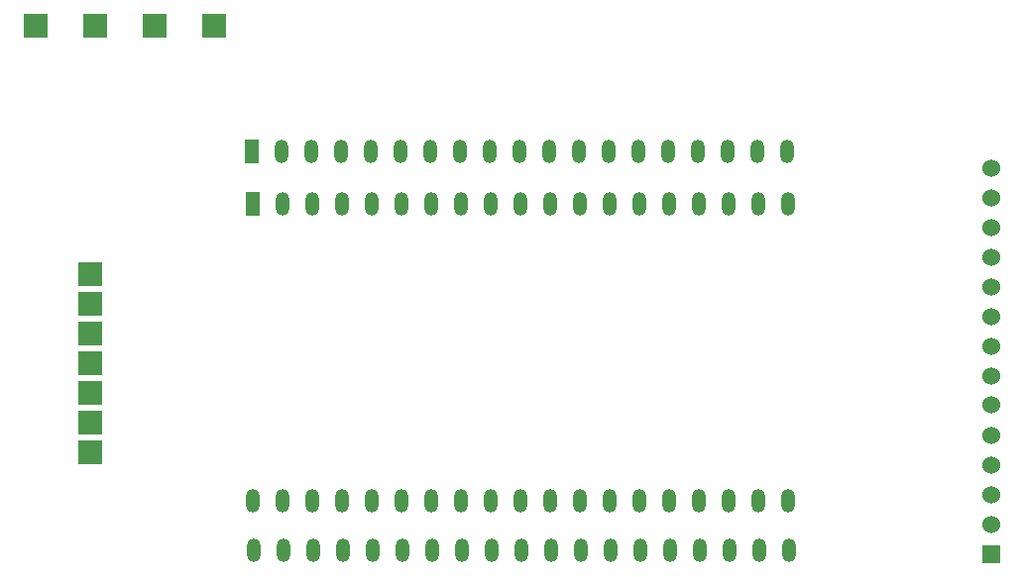
<source format=gbr>
%TF.GenerationSoftware,KiCad,Pcbnew,7.0.8*%
%TF.CreationDate,2024-09-26T17:13:04+02:00*%
%TF.ProjectId,ESP32_TFT2-8,45535033-325f-4544-9654-322d382e6b69,rev?*%
%TF.SameCoordinates,Original*%
%TF.FileFunction,Soldermask,Top*%
%TF.FilePolarity,Negative*%
%FSLAX46Y46*%
G04 Gerber Fmt 4.6, Leading zero omitted, Abs format (unit mm)*
G04 Created by KiCad (PCBNEW 7.0.8) date 2024-09-26 17:13:04*
%MOMM*%
%LPD*%
G01*
G04 APERTURE LIST*
%ADD10R,2.000000X2.000000*%
%ADD11R,1.524000X1.524000*%
%ADD12C,1.524000*%
%ADD13R,1.200000X2.000000*%
%ADD14O,1.200000X2.000000*%
G04 APERTURE END LIST*
D10*
%TO.C,U5*%
X127520000Y-79300000D03*
%TD*%
D11*
%TO.C,U2*%
X198909600Y-124536320D03*
D12*
X198909600Y-121996320D03*
X198909600Y-119486320D03*
X198909600Y-116916320D03*
X198909600Y-114376320D03*
X198909600Y-111736320D03*
X198909600Y-109296320D03*
X198909600Y-106756320D03*
X198909600Y-104216320D03*
X198909600Y-101676320D03*
X198909600Y-99136320D03*
X198909600Y-96596320D03*
X198909600Y-94056320D03*
X198909600Y-91516320D03*
%TD*%
D10*
%TO.C,U6*%
X132600000Y-79300000D03*
%TD*%
%TO.C,U3*%
X117360000Y-79300000D03*
%TD*%
%TO.C,U4*%
X122440000Y-79300000D03*
%TD*%
%TO.C,U11*%
X121974000Y-105612000D03*
%TD*%
%TO.C,U7*%
X121974000Y-115772000D03*
%TD*%
D13*
%TO.C,U1*%
X135800000Y-90100000D03*
X135900000Y-94550000D03*
D14*
X138340000Y-90100000D03*
X138440000Y-94550000D03*
X140880000Y-90100000D03*
X140980000Y-94550000D03*
X143420000Y-90100000D03*
X143520000Y-94550000D03*
X145960000Y-90100000D03*
X146060000Y-94550000D03*
X148500000Y-90100000D03*
X148600000Y-94550000D03*
X151040000Y-90100000D03*
X151140000Y-94550000D03*
X153580000Y-90100000D03*
X153680000Y-94550000D03*
X156120000Y-90100000D03*
X156220000Y-94550000D03*
X158660000Y-90100000D03*
X158760000Y-94550000D03*
X161200000Y-90100000D03*
X161300000Y-94550000D03*
X163740000Y-90100000D03*
X163840000Y-94550000D03*
X166280000Y-90100000D03*
X166380000Y-94550000D03*
X168820000Y-90100000D03*
X168920000Y-94550000D03*
X171360000Y-90100000D03*
X171460000Y-94550000D03*
X173900000Y-90100000D03*
X174000000Y-94550000D03*
X176440000Y-90100000D03*
X176540000Y-94550000D03*
X178980000Y-90100000D03*
X179080000Y-94550000D03*
X181520000Y-90100000D03*
X181620000Y-94550000D03*
X181617280Y-119946320D03*
X181647280Y-124196321D03*
X179077280Y-119946320D03*
X179107280Y-124196321D03*
X176540000Y-119950000D03*
X176570000Y-124200001D03*
X174000000Y-119950000D03*
X174030000Y-124200001D03*
X171460000Y-119950000D03*
X171490000Y-124200001D03*
X168920000Y-119950000D03*
X168950000Y-124200001D03*
X166380000Y-119950000D03*
X166410000Y-124200001D03*
X163840000Y-119950000D03*
X163870000Y-124200001D03*
X161300000Y-119950000D03*
X161330000Y-124200001D03*
X158760000Y-119950000D03*
X158790000Y-124200001D03*
X156220000Y-119950000D03*
X156250000Y-124200001D03*
X153680000Y-119950000D03*
X153710000Y-124200001D03*
X151140000Y-119950000D03*
X151170000Y-124200001D03*
X148600000Y-119950000D03*
X148630000Y-124200001D03*
X146060000Y-119950000D03*
X146090000Y-124200001D03*
X143520000Y-119950000D03*
X143550000Y-124200001D03*
X140980000Y-119950000D03*
X141010000Y-124200001D03*
X138440000Y-119950000D03*
X138470000Y-124200001D03*
X135900000Y-119950000D03*
X135930000Y-124200001D03*
%TD*%
D10*
%TO.C,U8*%
X121974000Y-113232000D03*
%TD*%
%TO.C,U13*%
X121974000Y-100532000D03*
%TD*%
%TO.C,U12*%
X121974000Y-103072000D03*
%TD*%
%TO.C,U9*%
X121974000Y-110692000D03*
%TD*%
%TO.C,U10*%
X121974000Y-108152000D03*
%TD*%
M02*

</source>
